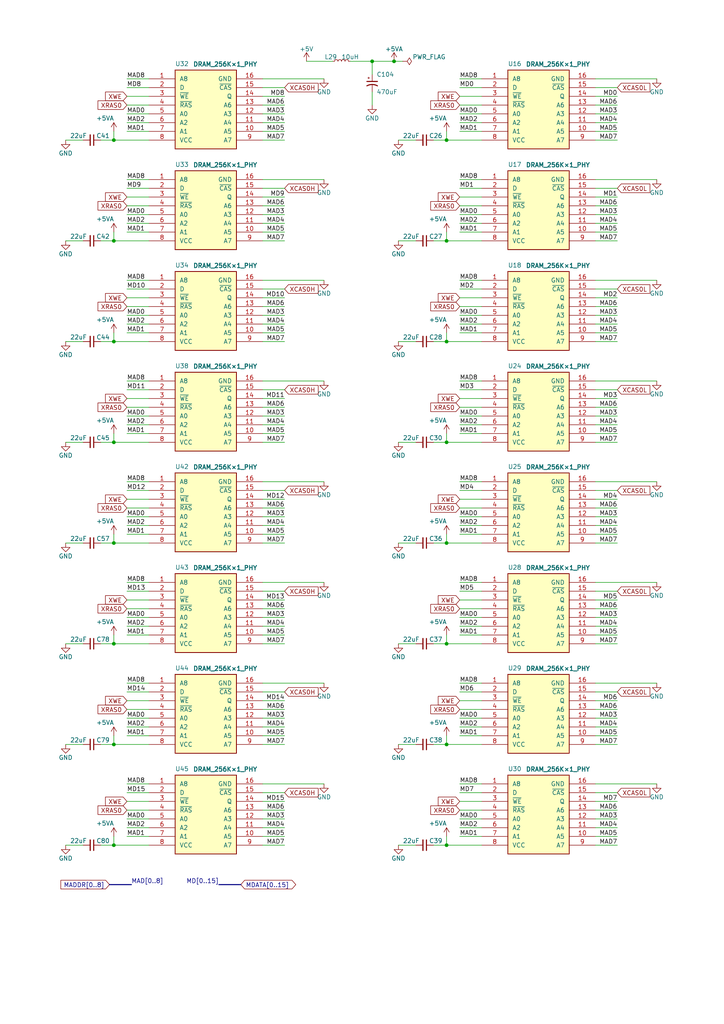
<source format=kicad_sch>
(kicad_sch (version 20230121) (generator eeschema)
  (paper "A4" portrait)
  (title_block (title "Converted schematics of Atari 260/520 ST") (date "2024-05-25") (rev "v1.0.0-beta") (comment 1 "…sporniket/kicad-conversions--atari-260-520-st-motherboard--c070231") (comment 2 "Original repository : https://github.com/…") (comment 4 "Reference : C070231"))
  (lib_symbols
    (symbol "Device:CP1_Small" (pin_numbers hide) (pin_names (offset 0.254) hide)
      (property "Reference" "C" (at 0.254 1.778 0))
      (property "Value" "Device_CP1_Small" (at 0.254 -2.032 0))
      (symbol "CP1_Small_1_1"
        (pin passive line (at 0 2.54 270) (length 2.032) (name "~") (number "1"))
        (pin passive line (at 0 -2.54 90) (length 2.032) (name "~") (number "2"))
      )
    )
    (symbol "Device:C_Small" (pin_numbers hide) (pin_names (offset 0.254) hide)
      (property "Reference" "C" (at 0.254 1.778 0))
      (property "Value" "C_Small" (at 0.254 -2.032 0))
      (symbol "C_Small_1_1"
        (pin passive line (at 0 2.54 270) (length 2.032) (name "~") (number "1"))
        (pin passive line (at 0 -2.54 90) (length 2.032) (name "~") (number "2"))
      )
    )
    (symbol "Device:L_Small" (pin_numbers hide) (pin_names (offset 0.254) hide)
      (property "Reference" "L" (at 0.762 1.016 0))
      (property "Value" "L_Small" (at 0.762 -1.016 0))
      (symbol "L_Small_1_1"
        (pin passive line (at 0 2.54 270) (length 0.508) (name "~") (number "1"))
        (pin passive line (at 0 -2.54 90) (length 0.508) (name "~") (number "2"))
      )
    )
    (symbol "dram-256Kx1:DRAM_256K×1_PHY" (pin_names (offset 1.27))
      (property "Reference" "U" (at -8.89 16.51 0))
      (property "Value" "DRAM_256K×1_PHY" (at -8.89 13.97 0))
      (symbol "DRAM_256K×1_PHY_0_0"
        (pin input line (at -16.51 8.89 0) (length 7.62) (name "A8") (number "1"))
        (pin input line (at 16.51 -6.35 180) (length 7.62) (name "A5") (number "10"))
        (pin input line (at 16.51 -3.81 180) (length 7.62) (name "A4") (number "11"))
        (pin input line (at 16.51 -1.27 180) (length 7.62) (name "A3") (number "12"))
        (pin input line (at 16.51 1.27 180) (length 7.62) (name "A6") (number "13"))
        (pin output line (at 16.51 3.81 180) (length 7.62) (name "Q") (number "14"))
        (pin input line (at 16.51 6.35 180) (length 7.62) (name "~{CAS}") (number "15"))
        (pin power_in line (at 16.51 8.89 180) (length 7.62) (name "GND") (number "16"))
        (pin input line (at -16.51 6.35 0) (length 7.62) (name "D") (number "2"))
        (pin input line (at -16.51 3.81 0) (length 7.62) (name "~{WE}") (number "3"))
        (pin input line (at -16.51 1.27 0) (length 7.62) (name "~{RAS}") (number "4"))
        (pin input line (at -16.51 -1.27 0) (length 7.62) (name "A0") (number "5"))
        (pin input line (at -16.51 -3.81 0) (length 7.62) (name "A2") (number "6"))
        (pin input line (at -16.51 -6.35 0) (length 7.62) (name "A1") (number "7"))
        (pin power_in line (at -16.51 -8.89 0) (length 7.62) (name "VCC") (number "8"))
        (pin input line (at 16.51 -8.89 180) (length 7.62) (name "A7") (number "9"))
      )
    )
    (symbol "power:+5V" (power) (pin_names (offset 0))
      (property "Value" "+5V" (at 0 3.556 0))
      (symbol "+5V_1_1"
        (pin power_in line (at 0 0 90) (length 0) hide (name "+5V") (number "1"))
      )
    )
    (symbol "power:+5VA" (power) (pin_names (offset 0))
      (property "Value" "+5VA" (at 0 3.556 0))
      (symbol "+5VA_1_1"
        (pin power_in line (at 0 0 90) (length 0) hide (name "+5VA") (number "1"))
      )
    )
    (symbol "power:GND" (power) (pin_names (offset 0))
      (property "Value" "GND" (at 0 -3.81 0))
      (symbol "GND_1_1"
        (pin power_in line (at 0 0 270) (length 0) hide (name "GND") (number "1"))
      )
    )
    (symbol "power:PWR_FLAG" (power) (pin_numbers hide) (pin_names (offset 0) hide)
      (property "Value" "PWR_FLAG" (at 0 3.81 0))
      (symbol "PWR_FLAG_0_0"
        (pin power_out line (at 0 0 90) (length 0) (name "pwr") (number "1"))
      )
    )
  )
  (junction (at 33.02 186.69))
  (junction (at 33.02 99.06))
  (junction (at 129.54 99.06))
  (junction (at 107.95 17.78))
  (junction (at 129.54 69.85))
  (junction (at 129.54 40.64))
  (junction (at 129.54 215.9))
  (junction (at 33.02 69.85))
  (junction (at 129.54 157.48))
  (junction (at 33.02 245.11))
  (junction (at 33.02 157.48))
  (junction (at 129.54 128.27))
  (junction (at 33.02 215.9))
  (junction (at 33.02 128.27))
  (junction (at 114.3 17.78))
  (junction (at 33.02 40.64))
  (junction (at 129.54 245.11))
  (junction (at 129.54 186.69))
  (wire (pts (xy 19.05 245.11) (xy 24.13 245.11)))
  (wire (pts (xy 172.72 62.23) (xy 179.07 62.23)))
  (wire (pts (xy 172.72 52.07) (xy 190.5 52.07)))
  (wire (pts (xy 76.2 22.86) (xy 93.98 22.86)))
  (wire (pts (xy 172.72 237.49) (xy 179.07 237.49)))
  (wire (pts (xy 76.2 33.02) (xy 82.55 33.02)))
  (wire (pts (xy 29.21 215.9) (xy 33.02 215.9)))
  (wire (pts (xy 129.54 157.48) (xy 139.7 157.48)))
  (wire (pts (xy 76.2 240.03) (xy 82.55 240.03)))
  (wire (pts (xy 88.9 17.78) (xy 96.52 17.78)))
  (wire (pts (xy 36.83 208.28) (xy 43.18 208.28)))
  (wire (pts (xy 76.2 213.36) (xy 82.55 213.36)))
  (wire (pts (xy 172.72 25.4) (xy 179.07 25.4)))
  (wire (pts (xy 33.02 96.52) (xy 33.02 99.06)))
  (wire (pts (xy 125.73 99.06) (xy 129.54 99.06)))
  (wire (pts (xy 133.35 139.7) (xy 139.7 139.7)))
  (wire (pts (xy 133.35 93.98) (xy 139.7 93.98)))
  (wire (pts (xy 36.83 54.61) (xy 43.18 54.61)))
  (wire (pts (xy 36.83 203.2) (xy 43.18 203.2)))
  (wire (pts (xy 133.35 27.94) (xy 139.7 27.94)))
  (wire (pts (xy 133.35 33.02) (xy 139.7 33.02)))
  (wire (pts (xy 133.35 113.03) (xy 139.7 113.03)))
  (wire (pts (xy 76.2 52.07) (xy 93.98 52.07)))
  (wire (pts (xy 76.2 93.98) (xy 82.55 93.98)))
  (wire (pts (xy 36.83 125.73) (xy 43.18 125.73)))
  (wire (pts (xy 19.05 69.85) (xy 24.13 69.85)))
  (wire (pts (xy 172.72 232.41) (xy 179.07 232.41)))
  (wire (pts (xy 133.35 81.28) (xy 139.7 81.28)))
  (wire (pts (xy 114.3 17.78) (xy 116.84 17.78)))
  (wire (pts (xy 172.72 200.66) (xy 179.07 200.66)))
  (wire (pts (xy 133.35 35.56) (xy 139.7 35.56)))
  (wire (pts (xy 172.72 157.48) (xy 179.07 157.48)))
  (wire (pts (xy 36.83 59.69) (xy 43.18 59.69)))
  (wire (pts (xy 36.83 33.02) (xy 43.18 33.02)))
  (wire (pts (xy 133.35 152.4) (xy 139.7 152.4)))
  (wire (pts (xy 33.02 154.94) (xy 33.02 157.48)))
  (wire (pts (xy 133.35 120.65) (xy 139.7 120.65)))
  (wire (pts (xy 33.02 186.69) (xy 43.18 186.69)))
  (wire (pts (xy 36.83 232.41) (xy 43.18 232.41)))
  (wire (pts (xy 36.83 147.32) (xy 43.18 147.32)))
  (wire (pts (xy 36.83 64.77) (xy 43.18 64.77)))
  (wire (pts (xy 133.35 203.2) (xy 139.7 203.2)))
  (wire (pts (xy 36.83 210.82) (xy 43.18 210.82)))
  (wire (pts (xy 36.83 88.9) (xy 43.18 88.9)))
  (wire (pts (xy 172.72 88.9) (xy 179.07 88.9)))
  (wire (pts (xy 172.72 149.86) (xy 179.07 149.86)))
  (wire (pts (xy 76.2 64.77) (xy 82.55 64.77)))
  (wire (pts (xy 172.72 198.12) (xy 190.5 198.12)))
  (wire (pts (xy 76.2 154.94) (xy 82.55 154.94)))
  (wire (pts (xy 172.72 147.32) (xy 179.07 147.32)))
  (wire (pts (xy 172.72 91.44) (xy 179.07 91.44)))
  (wire (pts (xy 172.72 64.77) (xy 179.07 64.77)))
  (wire (pts (xy 133.35 57.15) (xy 139.7 57.15)))
  (wire (pts (xy 19.05 99.06) (xy 24.13 99.06)))
  (wire (pts (xy 172.72 81.28) (xy 190.5 81.28)))
  (wire (pts (xy 115.57 245.11) (xy 120.65 245.11)))
  (wire (pts (xy 76.2 30.48) (xy 82.55 30.48)))
  (wire (pts (xy 36.83 200.66) (xy 43.18 200.66)))
  (wire (pts (xy 76.2 173.99) (xy 82.55 173.99)))
  (wire (pts (xy 172.72 184.15) (xy 179.07 184.15)))
  (wire (pts (xy 76.2 171.45) (xy 82.55 171.45)))
  (wire (pts (xy 33.02 67.31) (xy 33.02 69.85)))
  (wire (pts (xy 36.83 205.74) (xy 43.18 205.74)))
  (wire (pts (xy 133.35 59.69) (xy 139.7 59.69)))
  (wire (pts (xy 36.83 83.82) (xy 43.18 83.82)))
  (wire (pts (xy 36.83 173.99) (xy 43.18 173.99)))
  (wire (pts (xy 172.72 67.31) (xy 179.07 67.31)))
  (wire (pts (xy 129.54 242.57) (xy 129.54 245.11)))
  (wire (pts (xy 33.02 213.36) (xy 33.02 215.9)))
  (wire (pts (xy 36.83 229.87) (xy 43.18 229.87)))
  (wire (pts (xy 172.72 22.86) (xy 190.5 22.86)))
  (wire (pts (xy 107.95 30.48) (xy 107.95 26.67)))
  (wire (pts (xy 76.2 142.24) (xy 82.55 142.24)))
  (wire (pts (xy 172.72 118.11) (xy 179.07 118.11)))
  (wire (pts (xy 76.2 176.53) (xy 82.55 176.53)))
  (wire (pts (xy 36.83 181.61) (xy 43.18 181.61)))
  (wire (pts (xy 115.57 40.64) (xy 120.65 40.64)))
  (wire (pts (xy 172.72 208.28) (xy 179.07 208.28)))
  (wire (pts (xy 29.21 128.27) (xy 33.02 128.27)))
  (wire (pts (xy 36.83 62.23) (xy 43.18 62.23)))
  (wire (pts (xy 33.02 184.15) (xy 33.02 186.69)))
  (wire (pts (xy 76.2 115.57) (xy 82.55 115.57)))
  (wire (pts (xy 76.2 35.56) (xy 82.55 35.56)))
  (wire (pts (xy 133.35 83.82) (xy 139.7 83.82)))
  (wire (pts (xy 76.2 227.33) (xy 93.98 227.33)))
  (wire (pts (xy 36.83 113.03) (xy 43.18 113.03)))
  (wire (pts (xy 172.72 115.57) (xy 179.07 115.57)))
  (wire (pts (xy 76.2 69.85) (xy 82.55 69.85)))
  (wire (pts (xy 115.57 186.69) (xy 120.65 186.69)))
  (wire (pts (xy 129.54 125.73) (xy 129.54 128.27)))
  (wire (pts (xy 172.72 245.11) (xy 179.07 245.11)))
  (wire (pts (xy 172.72 69.85) (xy 179.07 69.85)))
  (wire (pts (xy 133.35 234.95) (xy 139.7 234.95)))
  (wire (pts (xy 172.72 96.52) (xy 179.07 96.52)))
  (wire (pts (xy 76.2 125.73) (xy 82.55 125.73)))
  (wire (pts (xy 36.83 91.44) (xy 43.18 91.44)))
  (wire (pts (xy 36.83 168.91) (xy 43.18 168.91)))
  (wire (pts (xy 172.72 210.82) (xy 179.07 210.82)))
  (wire (pts (xy 133.35 62.23) (xy 139.7 62.23)))
  (wire (pts (xy 133.35 208.28) (xy 139.7 208.28)))
  (wire (pts (xy 172.72 242.57) (xy 179.07 242.57)))
  (wire (pts (xy 36.83 38.1) (xy 43.18 38.1)))
  (wire (pts (xy 19.05 157.48) (xy 24.13 157.48)))
  (wire (pts (xy 133.35 86.36) (xy 139.7 86.36)))
  (wire (pts (xy 76.2 186.69) (xy 82.55 186.69)))
  (wire (pts (xy 36.83 81.28) (xy 43.18 81.28)))
  (wire (pts (xy 172.72 125.73) (xy 179.07 125.73)))
  (wire (pts (xy 33.02 157.48) (xy 43.18 157.48)))
  (wire (pts (xy 133.35 22.86) (xy 139.7 22.86)))
  (wire (pts (xy 172.72 99.06) (xy 179.07 99.06)))
  (wire (pts (xy 133.35 173.99) (xy 139.7 173.99)))
  (wire (pts (xy 125.73 128.27) (xy 129.54 128.27)))
  (wire (pts (xy 19.05 40.64) (xy 24.13 40.64)))
  (wire (pts (xy 107.95 21.59) (xy 107.95 17.78)))
  (wire (pts (xy 36.83 110.49) (xy 43.18 110.49)))
  (wire (pts (xy 76.2 86.36) (xy 82.55 86.36)))
  (wire (pts (xy 129.54 186.69) (xy 139.7 186.69)))
  (wire (pts (xy 76.2 149.86) (xy 82.55 149.86)))
  (wire (pts (xy 36.83 142.24) (xy 43.18 142.24)))
  (wire (pts (xy 76.2 210.82) (xy 82.55 210.82)))
  (wire (pts (xy 36.83 198.12) (xy 43.18 198.12)))
  (wire (pts (xy 76.2 208.28) (xy 82.55 208.28)))
  (wire (pts (xy 172.72 59.69) (xy 179.07 59.69)))
  (wire (pts (xy 76.2 118.11) (xy 82.55 118.11)))
  (wire (pts (xy 76.2 179.07) (xy 82.55 179.07)))
  (wire (pts (xy 125.73 157.48) (xy 129.54 157.48)))
  (wire (pts (xy 172.72 205.74) (xy 179.07 205.74)))
  (wire (pts (xy 172.72 215.9) (xy 179.07 215.9)))
  (wire (pts (xy 76.2 147.32) (xy 82.55 147.32)))
  (wire (pts (xy 172.72 227.33) (xy 190.5 227.33)))
  (wire (pts (xy 29.21 40.64) (xy 33.02 40.64)))
  (wire (pts (xy 76.2 54.61) (xy 82.55 54.61)))
  (wire (pts (xy 36.83 22.86) (xy 43.18 22.86)))
  (wire (pts (xy 76.2 203.2) (xy 82.55 203.2)))
  (wire (pts (xy 76.2 234.95) (xy 82.55 234.95)))
  (wire (pts (xy 19.05 186.69) (xy 24.13 186.69)))
  (wire (pts (xy 133.35 125.73) (xy 139.7 125.73)))
  (wire (pts (xy 33.02 40.64) (xy 43.18 40.64)))
  (wire (pts (xy 36.83 30.48) (xy 43.18 30.48)))
  (wire (pts (xy 36.83 96.52) (xy 43.18 96.52)))
  (wire (pts (xy 36.83 152.4) (xy 43.18 152.4)))
  (wire (pts (xy 36.83 149.86) (xy 43.18 149.86)))
  (wire (pts (xy 133.35 67.31) (xy 139.7 67.31)))
  (wire (pts (xy 76.2 40.64) (xy 82.55 40.64)))
  (wire (pts (xy 133.35 38.1) (xy 139.7 38.1)))
  (wire (pts (xy 133.35 198.12) (xy 139.7 198.12)))
  (wire (pts (xy 76.2 200.66) (xy 82.55 200.66)))
  (wire (pts (xy 172.72 86.36) (xy 179.07 86.36)))
  (wire (pts (xy 133.35 168.91) (xy 139.7 168.91)))
  (wire (pts (xy 76.2 242.57) (xy 82.55 242.57)))
  (wire (pts (xy 33.02 69.85) (xy 43.18 69.85)))
  (wire (pts (xy 172.72 179.07) (xy 179.07 179.07)))
  (wire (pts (xy 36.83 86.36) (xy 43.18 86.36)))
  (wire (pts (xy 76.2 99.06) (xy 82.55 99.06)))
  (wire (pts (xy 129.54 99.06) (xy 139.7 99.06)))
  (wire (pts (xy 36.83 139.7) (xy 43.18 139.7)))
  (wire (pts (xy 172.72 35.56) (xy 179.07 35.56)))
  (wire (pts (xy 133.35 181.61) (xy 139.7 181.61)))
  (wire (pts (xy 29.21 186.69) (xy 33.02 186.69)))
  (wire (pts (xy 133.35 149.86) (xy 139.7 149.86)))
  (wire (pts (xy 133.35 242.57) (xy 139.7 242.57)))
  (wire (pts (xy 133.35 54.61) (xy 139.7 54.61)))
  (wire (pts (xy 172.72 110.49) (xy 190.5 110.49)))
  (wire (pts (xy 36.83 27.94) (xy 43.18 27.94)))
  (wire (pts (xy 76.2 168.91) (xy 93.98 168.91)))
  (wire (pts (xy 33.02 125.73) (xy 33.02 128.27)))
  (wire (pts (xy 107.95 17.78) (xy 114.3 17.78)))
  (wire (pts (xy 172.72 171.45) (xy 179.07 171.45)))
  (wire (pts (xy 33.02 245.11) (xy 43.18 245.11)))
  (wire (pts (xy 133.35 176.53) (xy 139.7 176.53)))
  (wire (pts (xy 29.21 245.11) (xy 33.02 245.11)))
  (wire (pts (xy 76.2 27.94) (xy 82.55 27.94)))
  (wire (pts (xy 36.83 242.57) (xy 43.18 242.57)))
  (wire (pts (xy 172.72 240.03) (xy 179.07 240.03)))
  (wire (pts (xy 36.83 93.98) (xy 43.18 93.98)))
  (wire (pts (xy 172.72 139.7) (xy 190.5 139.7)))
  (wire (pts (xy 172.72 123.19) (xy 179.07 123.19)))
  (wire (pts (xy 29.21 99.06) (xy 33.02 99.06)))
  (wire (pts (xy 36.83 184.15) (xy 43.18 184.15)))
  (wire (pts (xy 133.35 115.57) (xy 139.7 115.57)))
  (wire (pts (xy 76.2 96.52) (xy 82.55 96.52)))
  (wire (pts (xy 133.35 184.15) (xy 139.7 184.15)))
  (wire (pts (xy 76.2 232.41) (xy 82.55 232.41)))
  (wire (pts (xy 133.35 213.36) (xy 139.7 213.36)))
  (wire (pts (xy 76.2 184.15) (xy 82.55 184.15)))
  (wire (pts (xy 76.2 91.44) (xy 82.55 91.44)))
  (wire (pts (xy 125.73 186.69) (xy 129.54 186.69)))
  (wire (pts (xy 36.83 171.45) (xy 43.18 171.45)))
  (wire (pts (xy 129.54 69.85) (xy 139.7 69.85)))
  (wire (pts (xy 115.57 157.48) (xy 120.65 157.48)))
  (wire (pts (xy 76.2 245.11) (xy 82.55 245.11)))
  (wire (pts (xy 172.72 186.69) (xy 179.07 186.69)))
  (wire (pts (xy 172.72 113.03) (xy 179.07 113.03)))
  (bus (pts (xy 38.1 256.54) (xy 31.75 256.54)))
  (wire (pts (xy 133.35 25.4) (xy 139.7 25.4)))
  (wire (pts (xy 172.72 234.95) (xy 179.07 234.95)))
  (wire (pts (xy 172.72 203.2) (xy 179.07 203.2)))
  (wire (pts (xy 33.02 38.1) (xy 33.02 40.64)))
  (wire (pts (xy 76.2 120.65) (xy 82.55 120.65)))
  (wire (pts (xy 76.2 88.9) (xy 82.55 88.9)))
  (wire (pts (xy 133.35 91.44) (xy 139.7 91.44)))
  (wire (pts (xy 133.35 147.32) (xy 139.7 147.32)))
  (wire (pts (xy 133.35 142.24) (xy 139.7 142.24)))
  (wire (pts (xy 129.54 215.9) (xy 139.7 215.9)))
  (wire (pts (xy 19.05 128.27) (xy 24.13 128.27)))
  (wire (pts (xy 33.02 215.9) (xy 43.18 215.9)))
  (wire (pts (xy 125.73 40.64) (xy 129.54 40.64)))
  (wire (pts (xy 36.83 67.31) (xy 43.18 67.31)))
  (wire (pts (xy 36.83 213.36) (xy 43.18 213.36)))
  (wire (pts (xy 36.83 234.95) (xy 43.18 234.95)))
  (wire (pts (xy 115.57 69.85) (xy 120.65 69.85)))
  (wire (pts (xy 36.83 35.56) (xy 43.18 35.56)))
  (wire (pts (xy 172.72 168.91) (xy 190.5 168.91)))
  (wire (pts (xy 172.72 142.24) (xy 179.07 142.24)))
  (wire (pts (xy 133.35 232.41) (xy 139.7 232.41)))
  (wire (pts (xy 172.72 40.64) (xy 179.07 40.64)))
  (wire (pts (xy 76.2 152.4) (xy 82.55 152.4)))
  (wire (pts (xy 172.72 38.1) (xy 179.07 38.1)))
  (wire (pts (xy 125.73 215.9) (xy 129.54 215.9)))
  (wire (pts (xy 133.35 154.94) (xy 139.7 154.94)))
  (wire (pts (xy 76.2 229.87) (xy 82.55 229.87)))
  (wire (pts (xy 76.2 57.15) (xy 82.55 57.15)))
  (wire (pts (xy 133.35 237.49) (xy 139.7 237.49)))
  (wire (pts (xy 76.2 38.1) (xy 82.55 38.1)))
  (wire (pts (xy 129.54 213.36) (xy 129.54 215.9)))
  (wire (pts (xy 133.35 52.07) (xy 139.7 52.07)))
  (wire (pts (xy 76.2 157.48) (xy 82.55 157.48)))
  (wire (pts (xy 76.2 113.03) (xy 82.55 113.03)))
  (wire (pts (xy 172.72 176.53) (xy 179.07 176.53)))
  (wire (pts (xy 133.35 240.03) (xy 139.7 240.03)))
  (wire (pts (xy 172.72 57.15) (xy 179.07 57.15)))
  (wire (pts (xy 33.02 242.57) (xy 33.02 245.11)))
  (wire (pts (xy 129.54 154.94) (xy 129.54 157.48)))
  (wire (pts (xy 129.54 40.64) (xy 139.7 40.64)))
  (wire (pts (xy 76.2 123.19) (xy 82.55 123.19)))
  (wire (pts (xy 76.2 205.74) (xy 82.55 205.74)))
  (wire (pts (xy 76.2 139.7) (xy 93.98 139.7)))
  (wire (pts (xy 172.72 54.61) (xy 179.07 54.61)))
  (wire (pts (xy 76.2 59.69) (xy 82.55 59.69)))
  (wire (pts (xy 129.54 38.1) (xy 129.54 40.64)))
  (wire (pts (xy 76.2 128.27) (xy 82.55 128.27)))
  (wire (pts (xy 33.02 128.27) (xy 43.18 128.27)))
  (wire (pts (xy 133.35 110.49) (xy 139.7 110.49)))
  (wire (pts (xy 36.83 57.15) (xy 43.18 57.15)))
  (wire (pts (xy 172.72 144.78) (xy 179.07 144.78)))
  (wire (pts (xy 36.83 227.33) (xy 43.18 227.33)))
  (wire (pts (xy 36.83 144.78) (xy 43.18 144.78)))
  (wire (pts (xy 133.35 227.33) (xy 139.7 227.33)))
  (wire (pts (xy 133.35 118.11) (xy 139.7 118.11)))
  (wire (pts (xy 76.2 198.12) (xy 93.98 198.12)))
  (wire (pts (xy 101.6 17.78) (xy 107.95 17.78)))
  (wire (pts (xy 133.35 88.9) (xy 139.7 88.9)))
  (wire (pts (xy 133.35 210.82) (xy 139.7 210.82)))
  (wire (pts (xy 172.72 181.61) (xy 179.07 181.61)))
  (wire (pts (xy 36.83 52.07) (xy 43.18 52.07)))
  (wire (pts (xy 29.21 157.48) (xy 33.02 157.48)))
  (wire (pts (xy 36.83 154.94) (xy 43.18 154.94)))
  (wire (pts (xy 129.54 245.11) (xy 139.7 245.11)))
  (wire (pts (xy 172.72 213.36) (xy 179.07 213.36)))
  (wire (pts (xy 129.54 96.52) (xy 129.54 99.06)))
  (wire (pts (xy 33.02 99.06) (xy 43.18 99.06)))
  (wire (pts (xy 172.72 120.65) (xy 179.07 120.65)))
  (wire (pts (xy 76.2 81.28) (xy 93.98 81.28)))
  (wire (pts (xy 36.83 179.07) (xy 43.18 179.07)))
  (wire (pts (xy 133.35 123.19) (xy 139.7 123.19)))
  (wire (pts (xy 125.73 69.85) (xy 129.54 69.85)))
  (wire (pts (xy 172.72 27.94) (xy 179.07 27.94)))
  (wire (pts (xy 172.72 229.87) (xy 179.07 229.87)))
  (wire (pts (xy 172.72 173.99) (xy 179.07 173.99)))
  (wire (pts (xy 172.72 33.02) (xy 179.07 33.02)))
  (wire (pts (xy 172.72 93.98) (xy 179.07 93.98)))
  (wire (pts (xy 19.05 215.9) (xy 24.13 215.9)))
  (wire (pts (xy 133.35 200.66) (xy 139.7 200.66)))
  (wire (pts (xy 133.35 30.48) (xy 139.7 30.48)))
  (wire (pts (xy 36.83 25.4) (xy 43.18 25.4)))
  (wire (pts (xy 36.83 240.03) (xy 43.18 240.03)))
  (wire (pts (xy 76.2 110.49) (xy 93.98 110.49)))
  (bus (pts (xy 63.5 256.54) (xy 69.85 256.54)))
  (wire (pts (xy 76.2 25.4) (xy 82.55 25.4)))
  (wire (pts (xy 133.35 64.77) (xy 139.7 64.77)))
  (wire (pts (xy 172.72 154.94) (xy 179.07 154.94)))
  (wire (pts (xy 172.72 30.48) (xy 179.07 30.48)))
  (wire (pts (xy 129.54 128.27) (xy 139.7 128.27)))
  (wire (pts (xy 133.35 96.52) (xy 139.7 96.52)))
  (wire (pts (xy 36.83 115.57) (xy 43.18 115.57)))
  (wire (pts (xy 115.57 128.27) (xy 120.65 128.27)))
  (wire (pts (xy 29.21 69.85) (xy 33.02 69.85)))
  (wire (pts (xy 115.57 99.06) (xy 120.65 99.06)))
  (wire (pts (xy 129.54 67.31) (xy 129.54 69.85)))
  (wire (pts (xy 36.83 176.53) (xy 43.18 176.53)))
  (wire (pts (xy 125.73 245.11) (xy 129.54 245.11)))
  (wire (pts (xy 76.2 237.49) (xy 82.55 237.49)))
  (wire (pts (xy 133.35 229.87) (xy 139.7 229.87)))
  (wire (pts (xy 133.35 179.07) (xy 139.7 179.07)))
  (wire (pts (xy 129.54 184.15) (xy 129.54 186.69)))
  (wire (pts (xy 36.83 118.11) (xy 43.18 118.11)))
  (wire (pts (xy 76.2 144.78) (xy 82.55 144.78)))
  (wire (pts (xy 172.72 152.4) (xy 179.07 152.4)))
  (wire (pts (xy 76.2 83.82) (xy 82.55 83.82)))
  (wire (pts (xy 133.35 171.45) (xy 139.7 171.45)))
  (wire (pts (xy 36.83 123.19) (xy 43.18 123.19)))
  (wire (pts (xy 76.2 62.23) (xy 82.55 62.23)))
  (wire (pts (xy 36.83 120.65) (xy 43.18 120.65)))
  (wire (pts (xy 172.72 83.82) (xy 179.07 83.82)))
  (wire (pts (xy 133.35 144.78) (xy 139.7 144.78)))
  (wire (pts (xy 133.35 205.74) (xy 139.7 205.74)))
  (wire (pts (xy 76.2 215.9) (xy 82.55 215.9)))
  (wire (pts (xy 76.2 181.61) (xy 82.55 181.61)))
  (wire (pts (xy 36.83 237.49) (xy 43.18 237.49)))
  (wire (pts (xy 172.72 128.27) (xy 179.07 128.27)))
  (wire (pts (xy 115.57 215.9) (xy 120.65 215.9)))
  (wire (pts (xy 76.2 67.31) (xy 82.55 67.31)))
  (label "MD15" (at 82.55 232.41 180))
  (label "MAD8" (at 133.35 198.12 0))
  (label "MAD6" (at 82.55 88.9 180))
  (label "MAD4" (at 179.07 35.56 180))
  (label "MAD2" (at 133.35 181.61 0))
  (label "MAD7" (at 82.55 157.48 180))
  (label "MAD8" (at 133.35 227.33 0))
  (label "MAD2" (at 36.83 152.4 0))
  (label "MAD1" (at 133.35 38.1 0))
  (label "MAD5" (at 179.07 67.31 180))
  (label "MAD3" (at 82.55 91.44 180))
  (label "MAD2" (at 133.35 93.98 0))
  (label "MAD8" (at 133.35 52.07 0))
  (label "MAD1" (at 133.35 184.15 0))
  (label "MAD8" (at 36.83 22.86 0))
  (label "MAD5" (at 179.07 38.1 180))
  (label "MAD2" (at 36.83 64.77 0))
  (label "MAD4" (at 179.07 93.98 180))
  (label "MD4" (at 133.35 142.24 0))
  (label "MAD5" (at 82.55 67.31 180))
  (label "MD8" (at 82.55 27.94 180))
  (label "MAD4" (at 179.07 181.61 180))
  (label "MD1" (at 179.07 57.15 180))
  (label "MAD5" (at 179.07 96.52 180))
  (label "MAD1" (at 36.83 96.52 0))
  (label "MAD3" (at 179.07 62.23 180))
  (label "MAD1" (at 133.35 125.73 0))
  (label "MAD7" (at 179.07 157.48 180))
  (label "MAD0" (at 36.83 33.02 0))
  (label "MAD5" (at 82.55 242.57 180))
  (label "MD0" (at 179.07 27.94 180))
  (label "MAD4" (at 82.55 240.03 180))
  (label "MD[0..15]" (at 63.5 256.54 180))
  (label "MAD0" (at 36.83 120.65 0))
  (label "MD1" (at 133.35 54.61 0))
  (label "MAD5" (at 82.55 184.15 180))
  (label "MAD2" (at 36.83 181.61 0))
  (label "MAD3" (at 82.55 120.65 180))
  (label "MAD2" (at 36.83 123.19 0))
  (label "MAD5" (at 82.55 125.73 180))
  (label "MAD0" (at 36.83 179.07 0))
  (label "MAD0" (at 133.35 208.28 0))
  (label "MAD4" (at 82.55 181.61 180))
  (label "MAD6" (at 82.55 234.95 180))
  (label "MAD6" (at 82.55 176.53 180))
  (label "MD7" (at 133.35 229.87 0))
  (label "MD5" (at 133.35 171.45 0))
  (label "MD11" (at 82.55 115.57 180))
  (label "MAD6" (at 179.07 205.74 180))
  (label "MAD5" (at 82.55 213.36 180))
  (label "MAD[0..8]" (at 38.1 256.54 0))
  (label "MAD3" (at 82.55 237.49 180))
  (label "MD12" (at 36.83 142.24 0))
  (label "MAD7" (at 179.07 40.64 180))
  (label "MAD6" (at 179.07 147.32 180))
  (label "MAD8" (at 133.35 139.7 0))
  (label "MD14" (at 36.83 200.66 0))
  (label "MAD4" (at 179.07 210.82 180))
  (label "MAD8" (at 36.83 168.91 0))
  (label "MAD4" (at 179.07 64.77 180))
  (label "MAD0" (at 36.83 91.44 0))
  (label "MAD0" (at 36.83 62.23 0))
  (label "MAD3" (at 179.07 179.07 180))
  (label "MAD1" (at 133.35 213.36 0))
  (label "MAD4" (at 179.07 152.4 180))
  (label "MD10" (at 82.55 86.36 180))
  (label "MAD8" (at 36.83 139.7 0))
  (label "MAD2" (at 133.35 240.03 0))
  (label "MD14" (at 82.55 203.2 180))
  (label "MD3" (at 179.07 115.57 180))
  (label "MD0" (at 133.35 25.4 0))
  (label "MD9" (at 36.83 54.61 0))
  (label "MAD2" (at 36.83 240.03 0))
  (label "MAD0" (at 36.83 208.28 0))
  (label "MD8" (at 36.83 25.4 0))
  (label "MAD3" (at 179.07 149.86 180))
  (label "MAD1" (at 133.35 67.31 0))
  (label "MAD6" (at 179.07 88.9 180))
  (label "MAD8" (at 36.83 227.33 0))
  (label "MAD6" (at 179.07 176.53 180))
  (label "MD6" (at 133.35 200.66 0))
  (label "MAD7" (at 82.55 128.27 180))
  (label "MAD8" (at 36.83 110.49 0))
  (label "MAD1" (at 36.83 184.15 0))
  (label "MAD0" (at 133.35 33.02 0))
  (label "MAD0" (at 133.35 179.07 0))
  (label "MAD1" (at 36.83 125.73 0))
  (label "MD6" (at 179.07 203.2 180))
  (label "MAD1" (at 36.83 38.1 0))
  (label "MAD6" (at 179.07 30.48 180))
  (label "MAD3" (at 179.07 237.49 180))
  (label "MAD8" (at 36.83 198.12 0))
  (label "MD12" (at 82.55 144.78 180))
  (label "MAD7" (at 179.07 128.27 180))
  (label "MAD7" (at 82.55 69.85 180))
  (label "MAD3" (at 179.07 208.28 180))
  (label "MAD0" (at 133.35 120.65 0))
  (label "MAD4" (at 179.07 240.03 180))
  (label "MAD6" (at 82.55 205.74 180))
  (label "MAD5" (at 179.07 154.94 180))
  (label "MAD7" (at 179.07 215.9 180))
  (label "MAD1" (at 36.83 67.31 0))
  (label "MD4" (at 179.07 144.78 180))
  (label "MAD7" (at 82.55 245.11 180))
  (label "MAD4" (at 82.55 64.77 180))
  (label "MAD6" (at 82.55 59.69 180))
  (label "MAD0" (at 133.35 62.23 0))
  (label "MAD1" (at 133.35 96.52 0))
  (label "MAD7" (at 179.07 99.06 180))
  (label "MAD7" (at 82.55 99.06 180))
  (label "MAD2" (at 133.35 152.4 0))
  (label "MAD8" (at 36.83 81.28 0))
  (label "MAD4" (at 82.55 93.98 180))
  (label "MAD2" (at 36.83 93.98 0))
  (label "MAD5" (at 179.07 242.57 180))
  (label "MAD7" (at 179.07 245.11 180))
  (label "MAD8" (at 133.35 81.28 0))
  (label "MAD4" (at 82.55 210.82 180))
  (label "MD11" (at 36.83 113.03 0))
  (label "MAD3" (at 179.07 91.44 180))
  (label "MD7" (at 179.07 232.41 180))
  (label "MAD4" (at 82.55 35.56 180))
  (label "MAD8" (at 133.35 110.49 0))
  (label "MAD0" (at 36.83 237.49 0))
  (label "MD9" (at 82.55 57.15 180))
  (label "MAD3" (at 82.55 149.86 180))
  (label "MD10" (at 36.83 83.82 0))
  (label "MAD4" (at 179.07 123.19 180))
  (label "MAD5" (at 179.07 213.36 180))
  (label "MAD8" (at 133.35 22.86 0))
  (label "MAD2" (at 133.35 210.82 0))
  (label "MAD5" (at 82.55 154.94 180))
  (label "MAD1" (at 36.83 242.57 0))
  (label "MAD3" (at 82.55 208.28 180))
  (label "MAD6" (at 82.55 30.48 180))
  (label "MD2" (at 179.07 86.36 180))
  (label "MAD2" (at 133.35 123.19 0))
  (label "MAD1" (at 36.83 154.94 0))
  (label "MAD0" (at 36.83 149.86 0))
  (label "MAD5" (at 82.55 96.52 180))
  (label "MAD3" (at 179.07 120.65 180))
  (label "MAD3" (at 179.07 33.02 180))
  (label "MD13" (at 82.55 173.99 180))
  (label "MAD2" (at 36.83 35.56 0))
  (label "MD15" (at 36.83 229.87 0))
  (label "MAD0" (at 133.35 149.86 0))
  (label "MD13" (at 36.83 171.45 0))
  (label "MAD0" (at 133.35 91.44 0))
  (label "MAD8" (at 36.83 52.07 0))
  (label "MAD6" (at 82.55 118.11 180))
  (label "MAD6" (at 179.07 118.11 180))
  (label "MAD6" (at 179.07 59.69 180))
  (label "MAD0" (at 133.35 237.49 0))
  (label "MAD1" (at 36.83 213.36 0))
  (label "MAD3" (at 82.55 62.23 180))
  (label "MAD2" (at 133.35 35.56 0))
  (label "MAD2" (at 36.83 210.82 0))
  (label "MAD6" (at 82.55 147.32 180))
  (label "MAD3" (at 82.55 33.02 180))
  (label "MAD3" (at 82.55 179.07 180))
  (label "MAD7" (at 179.07 186.69 180))
  (label "MD3" (at 133.35 113.03 0))
  (label "MAD2" (at 133.35 64.77 0))
  (label "MD5" (at 179.07 173.99 180))
  (label "MAD7" (at 179.07 69.85 180))
  (label "MD2" (at 133.35 83.82 0))
  (label "MAD8" (at 133.35 168.91 0))
  (label "MAD7" (at 82.55 215.9 180))
  (label "MAD4" (at 82.55 123.19 180))
  (label "MAD1" (at 133.35 242.57 0))
  (label "MAD4" (at 82.55 152.4 180))
  (label "MAD7" (at 82.55 186.69 180))
  (label "MAD1" (at 133.35 154.94 0))
  (label "MAD5" (at 179.07 125.73 180))
  (label "MAD6" (at 179.07 234.95 180))
  (label "MAD7" (at 82.55 40.64 180))
  (label "MAD5" (at 82.55 38.1 180))
  (label "MAD5" (at 179.07 184.15 180))
  (global_label "XRAS0" (shape input) (at 36.83 176.53 180) (property "Intersheetrefs" "${INTERSHEET_REFS}" (effects hide)))
  (global_label "XCAS0H" (shape input) (at 82.55 142.24 0) (property "Intersheetrefs" "${INTERSHEET_REFS}" (effects hide)))
  (global_label "XWE" (shape input) (at 36.83 115.57 180) (property "Intersheetrefs" "${INTERSHEET_REFS}" (effects hide)))
  (global_label "XRAS0" (shape input) (at 36.83 88.9 180) (property "Intersheetrefs" "${INTERSHEET_REFS}" (effects hide)))
  (global_label "XCAS0H" (shape input) (at 82.55 83.82 0) (property "Intersheetrefs" "${INTERSHEET_REFS}" (effects hide)))
  (global_label "XRAS0" (shape input) (at 133.35 30.48 180) (property "Intersheetrefs" "${INTERSHEET_REFS}" (effects hide)))
  (global_label "XCAS0H" (shape input) (at 82.55 171.45 0) (property "Intersheetrefs" "${INTERSHEET_REFS}" (effects hide)))
  (global_label "XWE" (shape input) (at 133.35 86.36 180) (property "Intersheetrefs" "${INTERSHEET_REFS}" (effects hide)))
  (global_label "MDATA[0..15]" (shape bidirectional) (at 69.85 256.54 0) (property "Intersheetrefs" "${INTERSHEET_REFS}" (effects hide)))
  (global_label "XCAS0H" (shape input) (at 82.55 25.4 0) (property "Intersheetrefs" "${INTERSHEET_REFS}" (effects hide)))
  (global_label "XCAS0L" (shape input) (at 179.07 25.4 0) (property "Intersheetrefs" "${INTERSHEET_REFS}" (effects hide)))
  (global_label "XCAS0H" (shape input) (at 82.55 54.61 0) (property "Intersheetrefs" "${INTERSHEET_REFS}" (effects hide)))
  (global_label "XRAS0" (shape input) (at 133.35 118.11 180) (property "Intersheetrefs" "${INTERSHEET_REFS}" (effects hide)))
  (global_label "XWE" (shape input) (at 36.83 57.15 180) (property "Intersheetrefs" "${INTERSHEET_REFS}" (effects hide)))
  (global_label "XRAS0" (shape input) (at 133.35 234.95 180) (property "Intersheetrefs" "${INTERSHEET_REFS}" (effects hide)))
  (global_label "XWE" (shape input) (at 36.83 203.2 180) (property "Intersheetrefs" "${INTERSHEET_REFS}" (effects hide)))
  (global_label "XWE" (shape input) (at 133.35 203.2 180) (property "Intersheetrefs" "${INTERSHEET_REFS}" (effects hide)))
  (global_label "XRAS0" (shape input) (at 133.35 88.9 180) (property "Intersheetrefs" "${INTERSHEET_REFS}" (effects hide)))
  (global_label "XCAS0H" (shape input) (at 82.55 113.03 0) (property "Intersheetrefs" "${INTERSHEET_REFS}" (effects hide)))
  (global_label "XRAS0" (shape input) (at 36.83 234.95 180) (property "Intersheetrefs" "${INTERSHEET_REFS}" (effects hide)))
  (global_label "XWE" (shape input) (at 133.35 173.99 180) (property "Intersheetrefs" "${INTERSHEET_REFS}" (effects hide)))
  (global_label "XRAS0" (shape input) (at 133.35 176.53 180) (property "Intersheetrefs" "${INTERSHEET_REFS}" (effects hide)))
  (global_label "XCAS0L" (shape input) (at 179.07 54.61 0) (property "Intersheetrefs" "${INTERSHEET_REFS}" (effects hide)))
  (global_label "XWE" (shape input) (at 36.83 173.99 180) (property "Intersheetrefs" "${INTERSHEET_REFS}" (effects hide)))
  (global_label "XRAS0" (shape input) (at 133.35 59.69 180) (property "Intersheetrefs" "${INTERSHEET_REFS}" (effects hide)))
  (global_label "XCAS0L" (shape input) (at 179.07 229.87 0) (property "Intersheetrefs" "${INTERSHEET_REFS}" (effects hide)))
  (global_label "XWE" (shape input) (at 36.83 27.94 180) (property "Intersheetrefs" "${INTERSHEET_REFS}" (effects hide)))
  (global_label "XCAS0L" (shape input) (at 179.07 171.45 0) (property "Intersheetrefs" "${INTERSHEET_REFS}" (effects hide)))
  (global_label "XRAS0" (shape input) (at 36.83 59.69 180) (property "Intersheetrefs" "${INTERSHEET_REFS}" (effects hide)))
  (global_label "XRAS0" (shape input) (at 133.35 205.74 180) (property "Intersheetrefs" "${INTERSHEET_REFS}" (effects hide)))
  (global_label "XWE" (shape input) (at 36.83 144.78 180) (property "Intersheetrefs" "${INTERSHEET_REFS}" (effects hide)))
  (global_label "XRAS0" (shape input) (at 36.83 30.48 180) (property "Intersheetrefs" "${INTERSHEET_REFS}" (effects hide)))
  (global_label "XCAS0L" (shape input) (at 179.07 83.82 0) (property "Intersheetrefs" "${INTERSHEET_REFS}" (effects hide)))
  (global_label "XRAS0" (shape input) (at 36.83 147.32 180) (property "Intersheetrefs" "${INTERSHEET_REFS}" (effects hide)))
  (global_label "XRAS0" (shape input) (at 36.83 118.11 180) (property "Intersheetrefs" "${INTERSHEET_REFS}" (effects hide)))
  (global_label "XWE" (shape input) (at 133.35 144.78 180) (property "Intersheetrefs" "${INTERSHEET_REFS}" (effects hide)))
  (global_label "XCAS0L" (shape input) (at 179.07 113.03 0) (property "Intersheetrefs" "${INTERSHEET_REFS}" (effects hide)))
  (global_label "XCAS0L" (shape input) (at 179.07 200.66 0) (property "Intersheetrefs" "${INTERSHEET_REFS}" (effects hide)))
  (global_label "XRAS0" (shape input) (at 36.83 205.74 180) (property "Intersheetrefs" "${INTERSHEET_REFS}" (effects hide)))
  (global_label "XCAS0H" (shape input) (at 82.55 200.66 0) (property "Intersheetrefs" "${INTERSHEET_REFS}" (effects hide)))
  (global_label "XWE" (shape input) (at 36.83 232.41 180) (property "Intersheetrefs" "${INTERSHEET_REFS}" (effects hide)))
  (global_label "MADDR[0..8]" (shape input) (at 31.75 256.54 180) (property "Intersheetrefs" "${INTERSHEET_REFS}" (effects hide)))
  (global_label "XWE" (shape input) (at 36.83 86.36 180) (property "Intersheetrefs" "${INTERSHEET_REFS}" (effects hide)))
  (global_label "XWE" (shape input) (at 133.35 57.15 180) (property "Intersheetrefs" "${INTERSHEET_REFS}" (effects hide)))
  (global_label "XCAS0H" (shape input) (at 82.55 229.87 0) (property "Intersheetrefs" "${INTERSHEET_REFS}" (effects hide)))
  (global_label "XWE" (shape input) (at 133.35 27.94 180) (property "Intersheetrefs" "${INTERSHEET_REFS}" (effects hide)))
  (global_label "XCAS0L" (shape input) (at 179.07 142.24 0) (property "Intersheetrefs" "${INTERSHEET_REFS}" (effects hide)))
  (global_label "XWE" (shape input) (at 133.35 115.57 180) (property "Intersheetrefs" "${INTERSHEET_REFS}" (effects hide)))
  (global_label "XWE" (shape input) (at 133.35 232.41 180) (property "Intersheetrefs" "${INTERSHEET_REFS}" (effects hide)))
  (global_label "XRAS0" (shape input) (at 133.35 147.32 180) (property "Intersheetrefs" "${INTERSHEET_REFS}" (effects hide)))
  (symbol (lib_id "power:+5V") (at 88.9 17.78 0) (unit 1)
    (property "Reference" "#PWR0112" (effects hide))
    (property "Value" "+5V" (at 88.9 14.224 0))
  )
  (symbol (lib_id "power:+5VA") (at 114.3 17.78 0) (unit 1)
    (property "Reference" "#PWR0121" (effects hide))
    (property "Value" "+5VA" (at 114.3 14.224 0))
  )
  (symbol (lib_id "power:PWR_FLAG") (at 116.84 17.78 270) (unit 1)
    (property "Reference" "#FLG0104" (effects hide))
    (property "Value" "PWR_FLAG" (at 124.46 16.51 90))
  )
  (symbol (lib_id "Device:L_Small") (at 99.06 17.78 90) (unit 1)
    (property "Reference" "L29" (at 97.79 16.51 90) (effects (justify left)))
    (property "Value" "10uH" (at 104.14 16.51 90) (effects (justify left)))
    (property "Footprint" "commons-passives_THT:Passive_THT_inductor_W5.08mm_L17.78mm" (effects hide))
  )
  (symbol (lib_id "Device:CP1_Small") (at 107.95 24.13 0) (unit 1)
    (property "Reference" "C104" (at 109.22 21.59 0) (effects (justify left)))
    (property "Value" "470uF" (at 109.22 26.67 0) (effects (justify left)))
    (property "Footprint" "commons-passives_THT:Passive_THT_capacitor_polarized_W10.16mm_L30.48mm" (effects hide))
  )
  (symbol (lib_id "power:GND") (at 107.95 30.48 0) (unit 1)
    (property "Reference" "#PWR0122" (effects hide))
    (property "Value" "GND" (at 107.95 34.29 0))
  )
  (symbol (lib_id "power:GND") (at 19.05 69.85 0) (unit 1)
    (property "Reference" "#PWR0123" (effects hide))
    (property "Value" "GND" (at 19.05 73.66 0))
  )
  (symbol (lib_id "power:+5VA") (at 33.02 67.31 0) (unit 1)
    (property "Reference" "#PWR0124" (effects hide))
    (property "Value" "+5VA" (at 30.48 63.5 0))
  )
  (symbol (lib_id "Device:C_Small") (at 26.67 69.85 270) (unit 1)
    (property "Reference" "C42" (at 27.94 68.58 90) (effects (justify left)))
    (property "Value" "22uF" (at 20.32 68.58 90) (effects (justify left)))
    (property "Footprint" "commons-passives_THT:Passive_THT_capacitor_mlcc_W2.54mm_L12.70mm" (effects hide))
  )
  (symbol (lib_id "dram-256Kx1:DRAM_256K×1_PHY") (at 59.69 60.96 0) (unit 1)
    (property "Reference" "U33" (at 50.8 46.99 0) (effects (justify left top)))
    (property "Value" "DRAM_256K×1_PHY" (at 55.88 46.99 0) (effects (font bold) (justify left top)))
    (property "Footprint" "Package_DIP:DIP-16_W7.62mm_LongPads" (effects hide))
    (property "Datasheet" "https://www.digchip.com/datasheets/download_datasheet.php?id=1017000&part-number=UD61256" (effects hide))
  )
  (symbol (lib_id "power:GND") (at 93.98 52.07 0) (unit 1)
    (property "Reference" "#PWR0125" (effects hide))
    (property "Value" "GND" (at 93.98 55.88 0))
  )
  (symbol (lib_id "power:GND") (at 19.05 99.06 0) (unit 1)
    (property "Reference" "#PWR0126" (effects hide))
    (property "Value" "GND" (at 19.05 102.87 0))
  )
  (symbol (lib_id "power:+5VA") (at 33.02 96.52 0) (unit 1)
    (property "Reference" "#PWR0127" (effects hide))
    (property "Value" "+5VA" (at 30.48 92.71 0))
  )
  (symbol (lib_id "Device:C_Small") (at 26.67 99.06 270) (unit 1)
    (property "Reference" "C44" (at 27.94 97.79 90) (effects (justify left)))
    (property "Value" "22uF" (at 20.32 97.79 90) (effects (justify left)))
    (property "Footprint" "commons-passives_THT:Passive_THT_capacitor_mlcc_W2.54mm_L12.70mm" (effects hide))
  )
  (symbol (lib_id "dram-256Kx1:DRAM_256K×1_PHY") (at 59.69 90.17 0) (unit 1)
    (property "Reference" "U34" (at 50.8 76.2 0) (effects (justify left top)))
    (property "Value" "DRAM_256K×1_PHY" (at 55.88 76.2 0) (effects (font bold) (justify left top)))
    (property "Footprint" "Package_DIP:DIP-16_W7.62mm_LongPads" (effects hide))
    (property "Datasheet" "https://www.digchip.com/datasheets/download_datasheet.php?id=1017000&part-number=UD61256" (effects hide))
  )
  (symbol (lib_id "power:GND") (at 93.98 81.28 0) (unit 1)
    (property "Reference" "#PWR0128" (effects hide))
    (property "Value" "GND" (at 93.98 85.09 0))
  )
  (symbol (lib_id "power:GND") (at 19.05 128.27 0) (unit 1)
    (property "Reference" "#PWR0129" (effects hide))
    (property "Value" "GND" (at 19.05 132.08 0))
  )
  (symbol (lib_id "power:+5VA") (at 33.02 125.73 0) (unit 1)
    (property "Reference" "#PWR0130" (effects hide))
    (property "Value" "+5VA" (at 30.48 121.92 0))
  )
  (symbol (lib_id "Device:C_Small") (at 26.67 128.27 270) (unit 1)
    (property "Reference" "C45" (at 27.94 127 90) (effects (justify left)))
    (property "Value" "22uF" (at 20.32 127 90) (effects (justify left)))
    (property "Footprint" "commons-passives_THT:Passive_THT_capacitor_mlcc_W2.54mm_L12.70mm" (effects hide))
  )
  (symbol (lib_id "dram-256Kx1:DRAM_256K×1_PHY") (at 59.69 119.38 0) (unit 1)
    (property "Reference" "U38" (at 50.8 105.41 0) (effects (justify left top)))
    (property "Value" "DRAM_256K×1_PHY" (at 55.88 105.41 0) (effects (font bold) (justify left top)))
    (property "Footprint" "Package_DIP:DIP-16_W7.62mm_LongPads" (effects hide))
    (property "Datasheet" "https://www.digchip.com/datasheets/download_datasheet.php?id=1017000&part-number=UD61256" (effects hide))
  )
  (symbol (lib_id "power:GND") (at 93.98 110.49 0) (unit 1)
    (property "Reference" "#PWR0131" (effects hide))
    (property "Value" "GND" (at 93.98 114.3 0))
  )
  (symbol (lib_id "power:GND") (at 19.05 157.48 0) (unit 1)
    (property "Reference" "#PWR0132" (effects hide))
    (property "Value" "GND" (at 19.05 161.29 0))
  )
  (symbol (lib_id "power:+5VA") (at 33.02 154.94 0) (unit 1)
    (property "Reference" "#PWR0133" (effects hide))
    (property "Value" "+5VA" (at 30.48 151.13 0))
  )
  (symbol (lib_id "Device:C_Small") (at 26.67 157.48 270) (unit 1)
    (property "Reference" "C57" (at 27.94 156.21 90) (effects (justify left)))
    (property "Value" "22uF" (at 20.32 156.21 90) (effects (justify left)))
    (property "Footprint" "commons-passives_THT:Passive_THT_capacitor_mlcc_W2.54mm_L12.70mm" (effects hide))
  )
  (symbol (lib_id "dram-256Kx1:DRAM_256K×1_PHY") (at 59.69 148.59 0) (unit 1)
    (property "Reference" "U42" (at 50.8 134.62 0) (effects (justify left top)))
    (property "Value" "DRAM_256K×1_PHY" (at 55.88 134.62 0) (effects (font bold) (justify left top)))
    (property "Footprint" "Package_DIP:DIP-16_W7.62mm_LongPads" (effects hide))
    (property "Datasheet" "https://www.digchip.com/datasheets/download_datasheet.php?id=1017000&part-number=UD61256" (effects hide))
  )
  (symbol (lib_id "power:GND") (at 93.98 139.7 0) (unit 1)
    (property "Reference" "#PWR0134" (effects hide))
    (property "Value" "GND" (at 93.98 143.51 0))
  )
  (symbol (lib_id "power:GND") (at 19.05 186.69 0) (unit 1)
    (property "Reference" "#PWR0135" (effects hide))
    (property "Value" "GND" (at 19.05 190.5 0))
  )
  (symbol (lib_id "power:+5VA") (at 33.02 184.15 0) (unit 1)
    (property "Reference" "#PWR0136" (effects hide))
    (property "Value" "+5VA" (at 30.48 180.34 0))
  )
  (symbol (lib_id "Device:C_Small") (at 26.67 186.69 270) (unit 1)
    (property "Reference" "C78" (at 27.94 185.42 90) (effects (justify left)))
    (property "Value" "22uF" (at 20.32 185.42 90) (effects (justify left)))
    (property "Footprint" "commons-passives_THT:Passive_THT_capacitor_mlcc_W2.54mm_L12.70mm" (effects hide))
  )
  (symbol (lib_id "dram-256Kx1:DRAM_256K×1_PHY") (at 59.69 177.8 0) (unit 1)
    (property "Reference" "U43" (at 50.8 163.83 0) (effects (justify left top)))
    (property "Value" "DRAM_256K×1_PHY" (at 55.88 163.83 0) (effects (font bold) (justify left top)))
    (property "Footprint" "Package_DIP:DIP-16_W7.62mm_LongPads" (effects hide))
    (property "Datasheet" "https://www.digchip.com/datasheets/download_datasheet.php?id=1017000&part-number=UD61256" (effects hide))
  )
  (symbol (lib_id "power:GND") (at 93.98 168.91 0) (unit 1)
    (property "Reference" "#PWR0137" (effects hide))
    (property "Value" "GND" (at 93.98 172.72 0))
  )
  (symbol (lib_id "power:GND") (at 19.05 215.9 0) (unit 1)
    (property "Reference" "#PWR0138" (effects hide))
    (property "Value" "GND" (at 19.05 219.71 0))
  )
  (symbol (lib_id "power:+5VA") (at 33.02 213.36 0) (unit 1)
    (property "Reference" "#PWR0139" (effects hide))
    (property "Value" "+5VA" (at 30.48 209.55 0))
  )
  (symbol (lib_id "Device:C_Small") (at 26.67 215.9 270) (unit 1)
    (property "Reference" "C79" (at 27.94 214.63 90) (effects (justify left)))
    (property "Value" "22uF" (at 20.32 214.63 90) (effects (justify left)))
    (property "Footprint" "commons-passives_THT:Passive_THT_capacitor_mlcc_W2.54mm_L12.70mm" (effects hide))
  )
  (symbol (lib_id "dram-256Kx1:DRAM_256K×1_PHY") (at 59.69 207.01 0) (unit 1)
    (property "Reference" "U44" (at 50.8 193.04 0) (effects (justify left top)))
    (property "Value" "DRAM_256K×1_PHY" (at 55.88 193.04 0) (effects (font bold) (justify left top)))
    (property "Footprint" "Package_DIP:DIP-16_W7.62mm_LongPads" (effects hide))
    (property "Datasheet" "https://www.digchip.com/datasheets/download_datasheet.php?id=1017000&part-number=UD61256" (effects hide))
  )
  (symbol (lib_id "power:GND") (at 93.98 198.12 0) (unit 1)
    (property "Reference" "#PWR0140" (effects hide))
    (property "Value" "GND" (at 93.98 201.93 0))
  )
  (symbol (lib_id "power:GND") (at 19.05 245.11 0) (unit 1)
    (property "Reference" "#PWR0141" (effects hide))
    (property "Value" "GND" (at 19.05 248.92 0))
  )
  (symbol (lib_id "power:+5VA") (at 33.02 242.57 0) (unit 1)
    (property "Reference" "#PWR0142" (effects hide))
    (property "Value" "+5VA" (at 30.48 238.76 0))
  )
  (symbol (lib_id "Device:C_Small") (at 26.67 245.11 270) (unit 1)
    (property "Reference" "C80" (at 27.94 243.84 90) (effects (justify left)))
    (property "Value" "22uF" (at 20.32 243.84 90) (effects (justify left)))
    (property "Footprint" "commons-passives_THT:Passive_THT_capacitor_mlcc_W2.54mm_L12.70mm" (effects hide))
  )
  (symbol (lib_id "dram-256Kx1:DRAM_256K×1_PHY") (at 59.69 236.22 0) (unit 1)
    (property "Reference" "U45" (at 50.8 222.25 0) (effects (justify left top)))
    (property "Value" "DRAM_256K×1_PHY" (at 55.88 222.25 0) (effects (font bold) (justify left top)))
    (property "Footprint" "Package_DIP:DIP-16_W7.62mm_LongPads" (effects hide))
    (property "Datasheet" "https://www.digchip.com/datasheets/download_datasheet.php?id=1017000&part-number=UD61256" (effects hide))
  )
  (symbol (lib_id "power:GND") (at 93.98 227.33 0) (unit 1)
    (property "Reference" "#PWR0143" (effects hide))
    (property "Value" "GND" (at 93.98 231.14 0))
  )
  (symbol (lib_id "power:GND") (at 19.05 40.64 0) (unit 1)
    (property "Reference" "#PWR0144" (effects hide))
    (property "Value" "GND" (at 19.05 44.45 0))
  )
  (symbol (lib_id "power:+5VA") (at 33.02 38.1 0) (unit 1)
    (property "Reference" "#PWR0145" (effects hide))
    (property "Value" "+5VA" (at 30.48 34.29 0))
  )
  (symbol (lib_id "Device:C_Small") (at 26.67 40.64 270) (unit 1)
    (property "Reference" "C41" (at 27.94 39.37 90) (effects (justify left)))
    (property "Value" "22uF" (at 20.32 39.37 90) (effects (justify left)))
    (property "Footprint" "commons-passives_THT:Passive_THT_capacitor_mlcc_W2.54mm_L12.70mm" (effects hide))
  )
  (symbol (lib_id "dram-256Kx1:DRAM_256K×1_PHY") (at 59.69 31.75 0) (unit 1)
    (property "Reference" "U32" (at 50.8 17.78 0) (effects (justify left top)))
    (property "Value" "DRAM_256K×1_PHY" (at 55.88 17.78 0) (effects (font bold) (justify left top)))
    (property "Footprint" "Package_DIP:DIP-16_W7.62mm_LongPads" (effects hide))
    (property "Datasheet" "https://www.digchip.com/datasheets/download_datasheet.php?id=1017000&part-number=UD61256" (effects hide))
  )
  (symbol (lib_id "power:GND") (at 93.98 22.86 0) (unit 1)
    (property "Reference" "#PWR0146" (effects hide))
    (property "Value" "GND" (at 93.98 26.67 0))
  )
  (symbol (lib_id "power:GND") (at 115.57 69.85 0) (unit 1)
    (property "Reference" "#PWR0147" (effects hide))
    (property "Value" "GND" (at 115.57 73.66 0))
  )
  (symbol (lib_id "power:+5VA") (at 129.54 67.31 0) (unit 1)
    (property "Reference" "#PWR0148" (effects hide))
    (property "Value" "+5VA" (at 127 63.5 0))
  )
  (symbol (lib_id "Device:C_Small") (at 123.19 69.85 270) (unit 1)
    (property "Reference" "C27" (at 124.46 68.58 90) (effects (justify left)))
    (property "Value" "22uF" (at 116.84 68.58 90) (effects (justify left)))
    (property "Footprint" "commons-passives_THT:Passive_THT_capacitor_mlcc_W2.54mm_L12.70mm" (effects hide))
  )
  (symbol (lib_id "dram-256Kx1:DRAM_256K×1_PHY") (at 156.21 60.96 0) (unit 1)
    (property "Reference" "U17" (at 147.32 46.99 0) (effects (justify left top)))
    (property "Value" "DRAM_256K×1_PHY" (at 152.4 46.99 0) (effects (font bold) (justify left top)))
    (property "Footprint" "Package_DIP:DIP-16_W7.62mm_LongPads" (effects hide))
    (property "Datasheet" "https://www.digchip.com/datasheets/download_datasheet.php?id=1017000&part-number=UD61256" (effects hide))
  )
  (symbol (lib_id "power:GND") (at 190.5 52.07 0) (unit 1)
    (property "Reference" "#PWR0149" (effects hide))
    (property "Value" "GND" (at 190.5 55.88 0))
  )
  (symbol (lib_id "power:GND") (at 115.57 99.06 0) (unit 1)
    (property "Reference" "#PWR0150" (effects hide))
    (property "Value" "GND" (at 115.57 102.87 0))
  )
  (symbol (lib_id "power:+5VA") (at 129.54 96.52 0) (unit 1)
    (property "Reference" "#PWR0151" (effects hide))
    (property "Value" "+5VA" (at 127 92.71 0))
  )
  (symbol (lib_id "Device:C_Small") (at 123.19 99.06 270) (unit 1)
    (property "Reference" "C28" (at 124.46 97.79 90) (effects (justify left)))
    (property "Value" "22uF" (at 116.84 97.79 90) (effects (justify left)))
    (property "Footprint" "commons-passives_THT:Passive_THT_capacitor_mlcc_W2.54mm_L12.70mm" (effects hide))
  )
  (symbol (lib_id "dram-256Kx1:DRAM_256K×1_PHY") (at 156.21 90.17 0) (unit 1)
    (property "Reference" "U18" (at 147.32 76.2 0) (effects (justify left top)))
    (property "Value" "DRAM_256K×1_PHY" (at 152.4 76.2 0) (effects (font bold) (justify left top)))
    (property "Footprint" "Package_DIP:DIP-16_W7.62mm_LongPads" (effects hide))
    (property "Datasheet" "https://www.digchip.com/datasheets/download_datasheet.php?id=1017000&part-number=UD61256" (effects hide))
  )
  (symbol (lib_id "power:GND") (at 190.5 81.28 0) (unit 1)
    (property "Reference" "#PWR0152" (effects hide))
    (property "Value" "GND" (at 190.5 85.09 0))
  )
  (symbol (lib_id "power:GND") (at 115.57 128.27 0) (unit 1)
    (property "Reference" "#PWR0153" (effects hide))
    (property "Value" "GND" (at 115.57 132.08 0))
  )
  (symbol (lib_id "power:+5VA") (at 129.54 125.73 0) (unit 1)
    (property "Reference" "#PWR0154" (effects hide))
    (property "Value" "+5VA" (at 127 121.92 0))
  )
  (symbol (lib_id "Device:C_Small") (at 123.19 128.27 270) (unit 1)
    (property "Reference" "C30" (at 124.46 127 90) (effects (justify left)))
    (property "Value" "22uF" (at 116.84 127 90) (effects (justify left)))
    (property "Footprint" "commons-passives_THT:Passive_THT_capacitor_mlcc_W2.54mm_L12.70mm" (effects hide))
  )
  (symbol (lib_id "dram-256Kx1:DRAM_256K×1_PHY") (at 156.21 119.38 0) (unit 1)
    (property "Reference" "U24" (at 147.32 105.41 0) (effects (justify left top)))
    (property "Value" "DRAM_256K×1_PHY" (at 152.4 105.41 0) (effects (font bold) (justify left top)))
    (property "Footprint" "Package_DIP:DIP-16_W7.62mm_LongPads" (effects hide))
    (property "Datasheet" "https://www.digchip.com/datasheets/download_datasheet.php?id=1017000&part-number=UD61256" (effects hide))
  )
  (symbol (lib_id "power:GND") (at 190.5 110.49 0) (unit 1)
    (property "Reference" "#PWR0155" (effects hide))
    (property "Value" "GND" (at 190.5 114.3 0))
  )
  (symbol (lib_id "power:GND") (at 115.57 157.48 0) (unit 1)
    (property "Reference" "#PWR0156" (effects hide))
    (property "Value" "GND" (at 115.57 161.29 0))
  )
  (symbol (lib_id "power:+5VA") (at 129.54 154.94 0) (unit 1)
    (property "Reference" "#PWR0157" (effects hide))
    (property "Value" "+5VA" (at 127 151.13 0))
  )
  (symbol (lib_id "Device:C_Small") (at 123.19 157.48 270) (unit 1)
    (property "Reference" "C36" (at 124.46 156.21 90) (effects (justify left)))
    (property "Value" "22uF" (at 116.84 156.21 90) (effects (justify left)))
    (property "Footprint" "commons-passives_THT:Passive_THT_capacitor_mlcc_W2.54mm_L12.70mm" (effects hide))
  )
  (symbol (lib_id "dram-256Kx1:DRAM_256K×1_PHY") (at 156.21 148.59 0) (unit 1)
    (property "Reference" "U25" (at 147.32 134.62 0) (effects (justify left top)))
    (property "Value" "DRAM_256K×1_PHY" (at 152.4 134.62 0) (effects (font bold) (justify left top)))
    (property "Footprint" "Package_DIP:DIP-16_W7.62mm_LongPads" (effects hide))
    (property "Datasheet" "https://www.digchip.com/datasheets/download_datasheet.php?id=1017000&part-number=UD61256" (effects hide))
  )
  (symbol (lib_id "power:GND") (at 190.5 139.7 0) (unit 1)
    (property "Reference" "#PWR0158" (effects hide))
    (property "Value" "GND" (at 190.5 143.51 0))
  )
  (symbol (lib_id "power:GND") (at 115.57 186.69 0) (unit 1)
    (property "Reference" "#PWR0159" (effects hide))
    (property "Value" "GND" (at 115.57 190.5 0))
  )
  (symbol (lib_id "power:+5VA") (at 129.54 184.15 0) (unit 1)
    (property "Reference" "#PWR0160" (effects hide))
    (property "Value" "+5VA" (at 127 180.34 0))
  )
  (symbol (lib_id "Device:C_Small") (at 123.19 186.69 270) (unit 1)
    (property "Reference" "C37" (at 124.46 185.42 90) (effects (justify left)))
    (property "Value" "22uF" (at 116.84 185.42 90) (effects (justify left)))
    (property "Footprint" "commons-passives_THT:Passive_THT_capacitor_mlcc_W2.54mm_L12.70mm" (effects hide))
  )
  (symbol (lib_id "dram-256Kx1:DRAM_256K×1_PHY") (at 156.21 177.8 0) (unit 1)
    (property "Reference" "U28" (at 147.32 163.83 0) (effects (justify left top)))
    (property "Value" "DRAM_256K×1_PHY" (at 152.4 163.83 0) (effects (font bold) (justify left top)))
    (property "Footprint" "Package_DIP:DIP-16_W7.62mm_LongPads" (effects hide))
    (property "Datasheet" "https://www.digchip.com/datasheets/download_datasheet.php?id=1017000&part-number=UD61256" (effects hide))
  )
  (symbol (lib_id "power:GND") (at 190.5 168.91 0) (unit 1)
    (property "Reference" "#PWR0161" (effects hide))
    (property "Value" "GND" (at 190.5 172.72 0))
  )
  (symbol (lib_id "power:GND") (at 115.57 215.9 0) (unit 1)
    (property "Reference" "#PWR0162" (effects hide))
    (property "Value" "GND" (at 115.57 219.71 0))
  )
  (symbol (lib_id "power:+5VA") (at 129.54 213.36 0) (unit 1)
    (property "Reference" "#PWR0163" (effects hide))
    (property "Value" "+5VA" (at 127 209.55 0))
  )
  (symbol (lib_id "Device:C_Small") (at 123.19 215.9 270) (unit 1)
    (property "Reference" "C38" (at 124.46 214.63 90) (effects (justify left)))
    (property "Value" "22uF" (at 116.84 214.63 90) (effects (justify left)))
    (property "Footprint" "commons-passives_THT:Passive_THT_capacitor_mlcc_W2.54mm_L12.70mm" (effects hide))
  )
  (symbol (lib_id "dram-256Kx1:DRAM_256K×1_PHY") (at 156.21 207.01 0) (unit 1)
    (property "Reference" "U29" (at 147.32 193.04 0) (effects (justify left top)))
    (property "Value" "DRAM_256K×1_PHY" (at 152.4 193.04 0) (effects (font bold) (justify left top)))
    (property "Footprint" "Package_DIP:DIP-16_W7.62mm_LongPads" (effects hide))
    (property "Datasheet" "https://www.digchip.com/datasheets/download_datasheet.php?id=1017000&part-number=UD61256" (effects hide))
  )
  (symbol (lib_id "power:GND") (at 190.5 198.12 0) (unit 1)
    (property "Reference" "#PWR0164" (effects hide))
    (property "Value" "GND" (at 190.5 201.93 0))
  )
  (symbol (lib_id "power:GND") (at 115.57 245.11 0) (unit 1)
    (property "Reference" "#PWR0165" (effects hide))
    (property "Value" "GND" (at 115.57 248.92 0))
  )
  (symbol (lib_id "power:+5VA") (at 129.54 242.57 0) (unit 1)
    (property "Reference" "#PWR0166" (effects hide))
    (property "Value" "+5VA" (at 127 238.76 0))
  )
  (symbol (lib_id "Device:C_Small") (at 123.19 245.11 270) (unit 1)
    (property "Reference" "C39" (at 124.46 243.84 90) (effects (justify left)))
    (property "Value" "22uF" (at 116.84 243.84 90) (effects (justify left)))
    (property "Footprint" "commons-passives_THT:Passive_THT_capacitor_mlcc_W2.54mm_L12.70mm" (effects hide))
  )
  (symbol (lib_id "dram-256Kx1:DRAM_256K×1_PHY") (at 156.21 236.22 0) (unit 1)
    (property "Reference" "U30" (at 147.32 222.25 0) (effects (justify left top)))
    (property "Value" "DRAM_256K×1_PHY" (at 152.4 222.25 0) (effects (font bold) (justify left top)))
    (property "Footprint" "Package_DIP:DIP-16_W7.62mm_LongPads" (effects hide))
    (property "Datasheet" "https://www.digchip.com/datasheets/download_datasheet.php?id=1017000&part-number=UD61256" (effects hide))
  )
  (symbol (lib_id "power:GND") (at 190.5 227.33 0) (unit 1)
    (property "Reference" "#PWR0167" (effects hide))
    (property "Value" "GND" (at 190.5 231.14 0))
  )
  (symbol (lib_id "power:GND") (at 115.57 40.64 0) (unit 1)
    (property "Reference" "#PWR0168" (effects hide))
    (property "Value" "GND" (at 115.57 44.45 0))
  )
  (symbol (lib_id "power:+5VA") (at 129.54 38.1 0) (unit 1)
    (property "Reference" "#PWR0169" (effects hide))
    (property "Value" "+5VA" (at 127 34.29 0))
  )
  (symbol (lib_id "Device:C_Small") (at 123.19 40.64 270) (unit 1)
    (property "Reference" "C26" (at 124.46 39.37 90) (effects (justify left)))
    (property "Value" "22uF" (at 116.84 39.37 90) (effects (justify left)))
    (property "Footprint" "commons-passives_THT:Passive_THT_capacitor_mlcc_W2.54mm_L12.70mm" (effects hide))
  )
  (symbol (lib_id "dram-256Kx1:DRAM_256K×1_PHY") (at 156.21 31.75 0) (unit 1)
    (property "Reference" "U16" (at 147.32 17.78 0) (effects (justify left top)))
    (property "Value" "DRAM_256K×1_PHY" (at 152.4 17.78 0) (effects (font bold) (justify left top)))
    (property "Footprint" "Package_DIP:DIP-16_W7.62mm_LongPads" (effects hide))
    (property "Datasheet" "https://www.digchip.com/datasheets/download_datasheet.php?id=1017000&part-number=UD61256" (effects hide))
  )
  (symbol (lib_id "power:GND") (at 190.5 22.86 0) (unit 1)
    (property "Reference" "#PWR0170" (effects hide))
    (property "Value" "GND" (at 190.5 26.67 0))
  )
)
</source>
